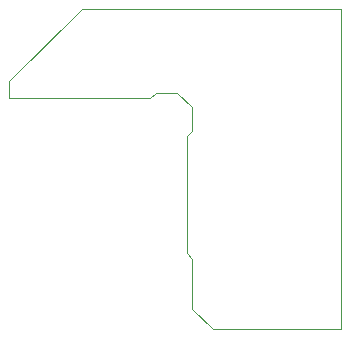
<source format=gbr>
%TF.GenerationSoftware,KiCad,Pcbnew,7.0.7*%
%TF.CreationDate,2024-03-24T16:11:17-04:00*%
%TF.ProjectId,RCP-FLEX,5243502d-464c-4455-982e-6b696361645f,rev?*%
%TF.SameCoordinates,Original*%
%TF.FileFunction,Profile,NP*%
%FSLAX46Y46*%
G04 Gerber Fmt 4.6, Leading zero omitted, Abs format (unit mm)*
G04 Created by KiCad (PCBNEW 7.0.7) date 2024-03-24 16:11:17*
%MOMM*%
%LPD*%
G01*
G04 APERTURE LIST*
%TA.AperFunction,Profile*%
%ADD10C,0.100000*%
%TD*%
G04 APERTURE END LIST*
D10*
X165500000Y-55900000D02*
X187452000Y-55900000D01*
X174390000Y-76620000D02*
X174388600Y-66710000D01*
X187452000Y-83058000D02*
X176631600Y-83058000D01*
X173609000Y-63017400D02*
X171780200Y-63017400D01*
X174860000Y-64270000D02*
X173609000Y-63017400D01*
X159350000Y-62046100D02*
X165500000Y-55900000D01*
X171297600Y-63500000D02*
X159350000Y-63500000D01*
X159350000Y-63493900D02*
X159350000Y-62046100D01*
X174860000Y-66240000D02*
X174860000Y-64270000D01*
X174388600Y-66710000D02*
X174860000Y-66240000D01*
X174879000Y-81305400D02*
X174880000Y-77110000D01*
X174390000Y-76620000D02*
X174880000Y-77110000D01*
X176631600Y-83058000D02*
X174879000Y-81305400D01*
X171780200Y-63017400D02*
X171297600Y-63500000D01*
X187452000Y-55900000D02*
X187452000Y-83058000D01*
M02*

</source>
